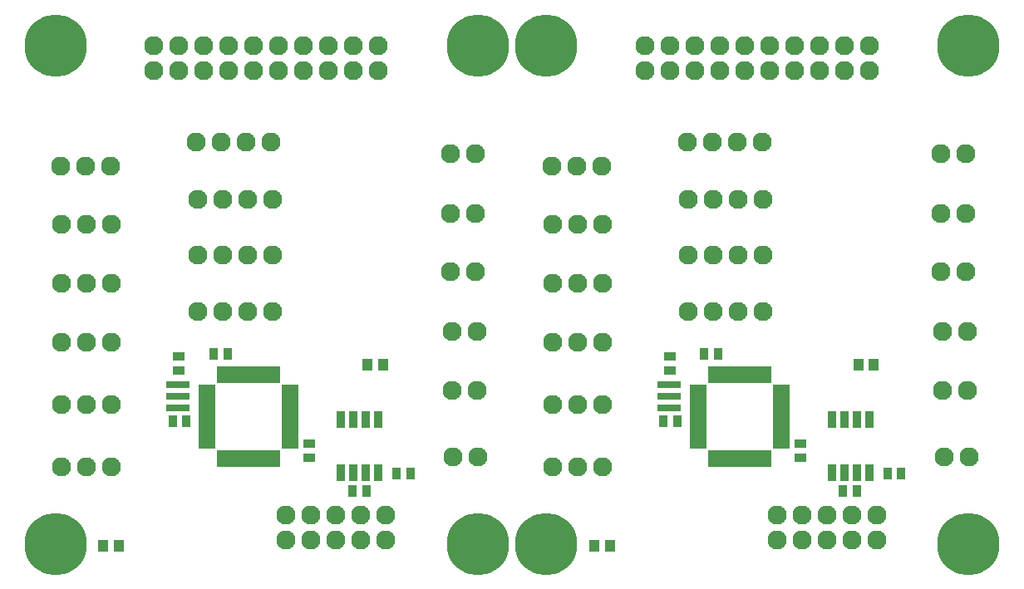
<source format=gts>
G04 EasyPC Gerber Version 21.0.3 Build 4286 *
G04 #@! TF.Part,Single*
G04 #@! TF.FileFunction,Soldermask,Top *
G04 #@! TF.FilePolarity,Negative *
%FSLAX45Y45*%
%MOIN*%
G04 #@! TA.AperFunction,SMDPad*
%ADD122R,0.03362X0.06807*%
%ADD11R,0.03559X0.04937*%
%ADD95R,0.03559X0.06906*%
%ADD96R,0.04346X0.04740*%
G04 #@! TA.AperFunction,ComponentPad*
%ADD19C,0.07693*%
G04 #@! TA.AperFunction,SMDPad*
%ADD94R,0.09268X0.02575*%
%ADD121R,0.06807X0.03362*%
%ADD93R,0.04937X0.03559*%
G04 #@! TA.AperFunction,WasherPad*
%ADD89C,0.25016*%
X0Y0D02*
D02*
D11*
X165388Y402612D03*
X170939D03*
X181766Y429778D03*
X187317D03*
X237435Y374659D03*
X242986D03*
X255152Y381746D03*
X260703D03*
X362238Y402612D03*
X367789D03*
X378616Y429778D03*
X384167D03*
X434285Y374659D03*
X439837D03*
X452002Y381746D03*
X457553D03*
D02*
D19*
X120486Y504974D03*
X120880Y384305D03*
Y409305D03*
Y434502D03*
Y458124D03*
Y481746D03*
X130486Y504974D03*
X130880Y384305D03*
Y409305D03*
Y434502D03*
Y458124D03*
Y481746D03*
X140486Y504974D03*
X140880Y384305D03*
Y409305D03*
Y434502D03*
Y458124D03*
Y481746D03*
X157927Y543281D03*
Y553281D03*
X167927Y543281D03*
Y553281D03*
X174935Y514817D03*
X175329Y446707D03*
Y469541D03*
Y491589D03*
X177927Y543281D03*
Y553281D03*
X184935Y514817D03*
X185329Y446707D03*
Y469541D03*
Y491589D03*
X187927Y543281D03*
Y553281D03*
X194935Y514817D03*
X195329Y446707D03*
Y469541D03*
Y491589D03*
X197927Y543281D03*
Y553281D03*
X204935Y514817D03*
X205329Y446707D03*
Y469541D03*
Y491589D03*
X207927Y543281D03*
Y553281D03*
X210870Y355046D03*
Y365046D03*
X217927Y543281D03*
Y553281D03*
X220870Y355046D03*
Y365046D03*
X227927Y543281D03*
Y553281D03*
X230870Y355046D03*
Y365046D03*
X237927Y543281D03*
Y553281D03*
X240870Y355046D03*
Y365046D03*
X247927Y543281D03*
Y553281D03*
X250870Y355046D03*
Y365046D03*
X276667Y462848D03*
Y486077D03*
Y510093D03*
X277455Y415211D03*
Y438833D03*
X277848Y388489D03*
X286667Y462848D03*
Y486077D03*
Y510093D03*
X287455Y415211D03*
Y438833D03*
X287848Y388489D03*
X317337Y504974D03*
X317730Y384305D03*
Y409305D03*
Y434502D03*
Y458124D03*
Y481746D03*
X327337Y504974D03*
X327730Y384305D03*
Y409305D03*
Y434502D03*
Y458124D03*
Y481746D03*
X337337Y504974D03*
X337730Y384305D03*
Y409305D03*
Y434502D03*
Y458124D03*
Y481746D03*
X354778Y543281D03*
Y553281D03*
X364778Y543281D03*
Y553281D03*
X371785Y514817D03*
X372179Y446707D03*
Y469541D03*
Y491589D03*
X374778Y543281D03*
Y553281D03*
X381785Y514817D03*
X382179Y446707D03*
Y469541D03*
Y491589D03*
X384778Y543281D03*
Y553281D03*
X391785Y514817D03*
X392179Y446707D03*
Y469541D03*
Y491589D03*
X394778Y543281D03*
Y553281D03*
X401785Y514817D03*
X402179Y446707D03*
Y469541D03*
Y491589D03*
X404778Y543281D03*
Y553281D03*
X407720Y355046D03*
Y365046D03*
X414778Y543281D03*
Y553281D03*
X417720Y355046D03*
Y365046D03*
X424778Y543281D03*
Y553281D03*
X427720Y355046D03*
Y365046D03*
X434778Y543281D03*
Y553281D03*
X437720Y355046D03*
Y365046D03*
X444778Y543281D03*
Y553281D03*
X447720Y355046D03*
Y365046D03*
X473518Y462848D03*
Y486077D03*
Y510093D03*
X474305Y415211D03*
Y438833D03*
X474699Y388489D03*
X483518Y462848D03*
Y486077D03*
Y510093D03*
X484305Y415211D03*
Y438833D03*
X484699Y388489D03*
D02*
D89*
X118439Y353557D03*
Y553557D03*
X287770Y353557D03*
Y553557D03*
X315289Y353557D03*
Y553557D03*
X484620Y353557D03*
Y553557D03*
D02*
D93*
X167888Y423183D03*
Y428734D03*
X220250Y388144D03*
Y393695D03*
X364738Y423183D03*
Y428734D03*
X417100Y388144D03*
Y393695D03*
D02*
D94*
X167494Y408124D03*
Y412848D03*
Y417573D03*
X364344Y408124D03*
Y412848D03*
Y417573D03*
D02*
D95*
X232829Y382140D03*
Y403400D03*
X237829Y382140D03*
Y403400D03*
X242829Y382140D03*
Y403400D03*
X247829Y382140D03*
Y403400D03*
X429679Y382140D03*
Y403400D03*
X434679Y382140D03*
Y403400D03*
X439679Y382140D03*
Y403400D03*
X444679Y382140D03*
Y403400D03*
D02*
D96*
X137573Y352612D03*
X143872D03*
X243478Y425447D03*
X249778D03*
X334423Y352612D03*
X340722D03*
X440329Y425447D03*
X446628D03*
D02*
D121*
X179156Y393557D03*
Y396707D03*
Y399856D03*
Y403006D03*
Y406156D03*
Y409305D03*
Y412455D03*
Y415604D03*
X212526Y393557D03*
Y396707D03*
Y399856D03*
Y403006D03*
Y406156D03*
Y409305D03*
Y412455D03*
Y415604D03*
X376006Y393557D03*
Y396707D03*
Y399856D03*
Y403006D03*
Y406156D03*
Y409305D03*
Y412455D03*
Y415604D03*
X409376Y393557D03*
Y396707D03*
Y399856D03*
Y403006D03*
Y406156D03*
Y409305D03*
Y412455D03*
Y415604D03*
D02*
D122*
X184817Y387896D03*
Y421266D03*
X187967Y387896D03*
Y421266D03*
X191116Y387896D03*
Y421266D03*
X194266Y387896D03*
Y421266D03*
X197415Y387896D03*
Y421266D03*
X200565Y387896D03*
Y421266D03*
X203715Y387896D03*
Y421266D03*
X206864Y387896D03*
Y421266D03*
X381667Y387896D03*
Y421266D03*
X384817Y387896D03*
Y421266D03*
X387967Y387896D03*
Y421266D03*
X391116Y387896D03*
Y421266D03*
X394266Y387896D03*
Y421266D03*
X397415Y387896D03*
Y421266D03*
X400565Y387896D03*
Y421266D03*
X403715Y387896D03*
Y421266D03*
X0Y0D02*
M02*

</source>
